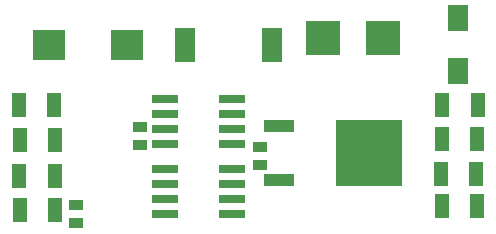
<source format=gbr>
G04 EAGLE Gerber RS-274X export*
G75*
%MOMM*%
%FSLAX34Y34*%
%LPD*%
%INSolderpaste Top*%
%IPPOS*%
%AMOC8*
5,1,8,0,0,1.08239X$1,22.5*%
G01*
%ADD10R,1.200000X2.000000*%
%ADD11R,1.800000X3.000000*%
%ADD12R,1.700000X2.250000*%
%ADD13R,2.850000X3.000000*%
%ADD14R,2.200000X0.800000*%
%ADD15R,1.200000X0.900000*%
%ADD16R,2.700000X2.500000*%
%ADD17R,2.600000X1.060000*%
%ADD18R,5.700000X5.632000*%


D10*
X93500Y119900D03*
X123500Y119900D03*
X451900Y120200D03*
X481900Y120200D03*
D11*
X233800Y170800D03*
X307800Y170800D03*
D12*
X465200Y148650D03*
X465200Y193150D03*
D13*
X351050Y176300D03*
X401550Y176300D03*
D14*
X274300Y65850D03*
X274300Y53150D03*
X274300Y40450D03*
X274300Y27750D03*
X216900Y65850D03*
X216900Y53150D03*
X216900Y40450D03*
X216900Y27750D03*
X274200Y124550D03*
X274200Y111850D03*
X274200Y99150D03*
X274200Y86450D03*
X216800Y124550D03*
X216800Y111850D03*
X216800Y99150D03*
X216800Y86450D03*
D15*
X142100Y19900D03*
X142100Y34900D03*
X195900Y86200D03*
X195900Y101200D03*
X297600Y69200D03*
X297600Y84200D03*
D16*
X119100Y170700D03*
X185100Y170700D03*
D17*
X314100Y56140D03*
X314100Y101860D03*
D18*
X390100Y79000D03*
D10*
X94100Y90400D03*
X124100Y90400D03*
X93900Y59900D03*
X123900Y59900D03*
X94300Y31100D03*
X124300Y31100D03*
X451400Y91300D03*
X481400Y91300D03*
X450800Y61800D03*
X480800Y61800D03*
X451700Y34200D03*
X481700Y34200D03*
M02*

</source>
